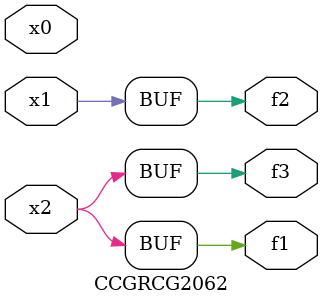
<source format=v>
module CCGRCG2062(
	input x0, x1, x2,
	output f1, f2, f3
);
	assign f1 = x2;
	assign f2 = x1;
	assign f3 = x2;
endmodule

</source>
